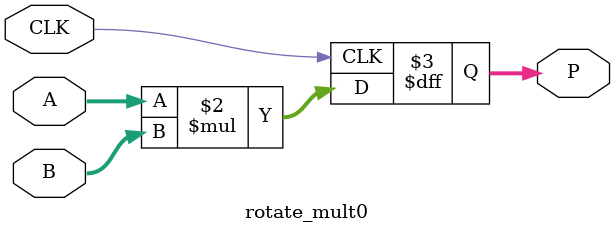
<source format=v>
`timescale 1ns / 1ps


module rotate_mult0 #(
    parameter WIDT_A = 11,
    parameter WIDT_B = 9
) (
    input CLK,
    input signed [WIDT_A-1:0] A,
    input signed [WIDT_B-1:0] B,

    output reg signed [WIDT_B+WIDT_A-1:0] P
);

  always @(posedge CLK) begin
    P <= A * B;
  end


endmodule

</source>
